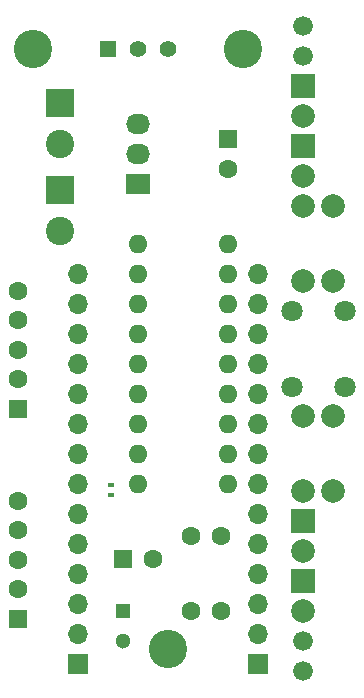
<source format=gts>
G04 #@! TF.FileFunction,Soldermask,Top*
%FSLAX46Y46*%
G04 Gerber Fmt 4.6, Leading zero omitted, Abs format (unit mm)*
G04 Created by KiCad (PCBNEW 4.0.7) date 09/06/18 07:33:57*
%MOMM*%
%LPD*%
G01*
G04 APERTURE LIST*
%ADD10C,0.100000*%
%ADD11R,1.600000X1.600000*%
%ADD12C,1.600000*%
%ADD13R,1.700000X1.700000*%
%ADD14O,1.700000X1.700000*%
%ADD15R,1.300000X1.300000*%
%ADD16C,1.300000*%
%ADD17C,1.676400*%
%ADD18O,1.600000X1.600000*%
%ADD19C,3.250000*%
%ADD20R,2.032000X1.727200*%
%ADD21O,2.032000X1.727200*%
%ADD22R,1.397000X1.397000*%
%ADD23C,1.397000*%
%ADD24C,2.400000*%
%ADD25R,2.400000X2.400000*%
%ADD26C,2.000000*%
%ADD27R,2.000000X2.000000*%
%ADD28C,1.998980*%
%ADD29C,1.800000*%
%ADD30R,0.600000X0.400000*%
G04 APERTURE END LIST*
D10*
D11*
X124460000Y-111760000D03*
D12*
X124460000Y-109260000D03*
X124460000Y-106760000D03*
X124460000Y-104260000D03*
X124460000Y-101760000D03*
D11*
X133350000Y-106680000D03*
D12*
X135850000Y-106680000D03*
D13*
X144780000Y-115570000D03*
D14*
X144780000Y-113030000D03*
X144780000Y-110490000D03*
X144780000Y-107950000D03*
X144780000Y-105410000D03*
X144780000Y-102870000D03*
X144780000Y-100330000D03*
X144780000Y-97790000D03*
X144780000Y-95250000D03*
X144780000Y-92710000D03*
X144780000Y-90170000D03*
X144780000Y-87630000D03*
X144780000Y-85090000D03*
X144780000Y-82550000D03*
D15*
X133350000Y-111125000D03*
D16*
X133350000Y-113625000D03*
D17*
X148590000Y-116205000D03*
X148590000Y-113665000D03*
X148590000Y-64135000D03*
X148590000Y-61595000D03*
D18*
X142240000Y-100330000D03*
X142240000Y-97790000D03*
X142240000Y-95250000D03*
X142240000Y-92710000D03*
X142240000Y-90170000D03*
X142240000Y-87630000D03*
X142240000Y-85090000D03*
X142240000Y-82550000D03*
X142240000Y-80010000D03*
X134620000Y-80010000D03*
X134620000Y-82550000D03*
X134620000Y-85090000D03*
X134620000Y-87630000D03*
X134620000Y-90170000D03*
X134620000Y-92710000D03*
X134620000Y-95250000D03*
X134620000Y-97790000D03*
X134620000Y-100330000D03*
D11*
X124460000Y-93980000D03*
D12*
X124460000Y-91480000D03*
X124460000Y-88980000D03*
X124460000Y-86480000D03*
X124460000Y-83980000D03*
D19*
X137160000Y-114300000D03*
X143510000Y-63500000D03*
X125730000Y-63500000D03*
D12*
X142240000Y-73620000D03*
D11*
X142240000Y-71120000D03*
D20*
X134620000Y-74930000D03*
D21*
X134620000Y-72390000D03*
X134620000Y-69850000D03*
D22*
X132080000Y-63500000D03*
D23*
X134620000Y-63500000D03*
X137160000Y-63500000D03*
D24*
X128016000Y-71572000D03*
D25*
X128016000Y-68072000D03*
D24*
X128016000Y-78938000D03*
D25*
X128016000Y-75438000D03*
D26*
X148590000Y-111125000D03*
D27*
X148590000Y-108585000D03*
D26*
X148590000Y-74295000D03*
D27*
X148590000Y-71755000D03*
D26*
X148590000Y-106045000D03*
D27*
X148590000Y-103505000D03*
D26*
X148590000Y-69215000D03*
D27*
X148590000Y-66675000D03*
D28*
X148590000Y-94615000D03*
X148590000Y-100965000D03*
X151130000Y-83185000D03*
X151130000Y-76835000D03*
X151130000Y-94615000D03*
X151130000Y-100965000D03*
X148590000Y-83185000D03*
X148590000Y-76835000D03*
D12*
X141605000Y-111125000D03*
X141605000Y-104775000D03*
X139065000Y-111125000D03*
X139065000Y-104775000D03*
D29*
X147610000Y-85650000D03*
X152110000Y-85650000D03*
X147610000Y-92150000D03*
X152110000Y-92150000D03*
D13*
X129540000Y-115570000D03*
D14*
X129540000Y-113030000D03*
X129540000Y-110490000D03*
X129540000Y-107950000D03*
X129540000Y-105410000D03*
X129540000Y-102870000D03*
X129540000Y-100330000D03*
X129540000Y-97790000D03*
X129540000Y-95250000D03*
X129540000Y-92710000D03*
X129540000Y-90170000D03*
X129540000Y-87630000D03*
X129540000Y-85090000D03*
X129540000Y-82550000D03*
D30*
X132334000Y-100388000D03*
X132334000Y-101288000D03*
M02*

</source>
